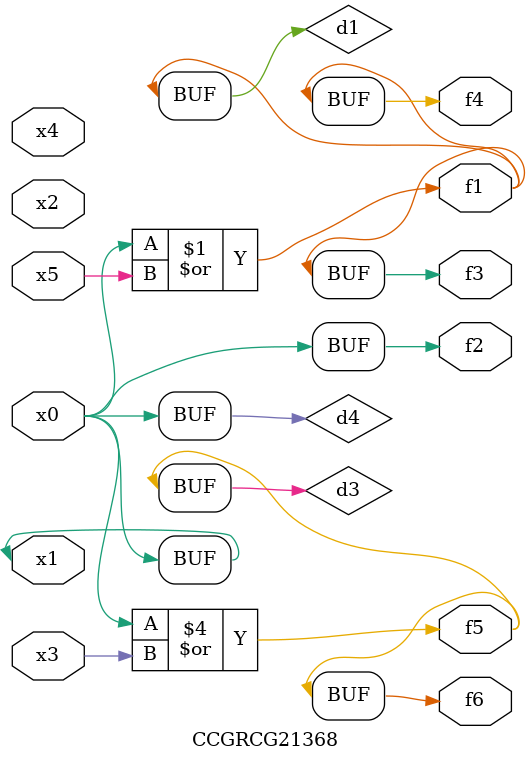
<source format=v>
module CCGRCG21368(
	input x0, x1, x2, x3, x4, x5,
	output f1, f2, f3, f4, f5, f6
);

	wire d1, d2, d3, d4;

	or (d1, x0, x5);
	xnor (d2, x1, x4);
	or (d3, x0, x3);
	buf (d4, x0, x1);
	assign f1 = d1;
	assign f2 = d4;
	assign f3 = d1;
	assign f4 = d1;
	assign f5 = d3;
	assign f6 = d3;
endmodule

</source>
